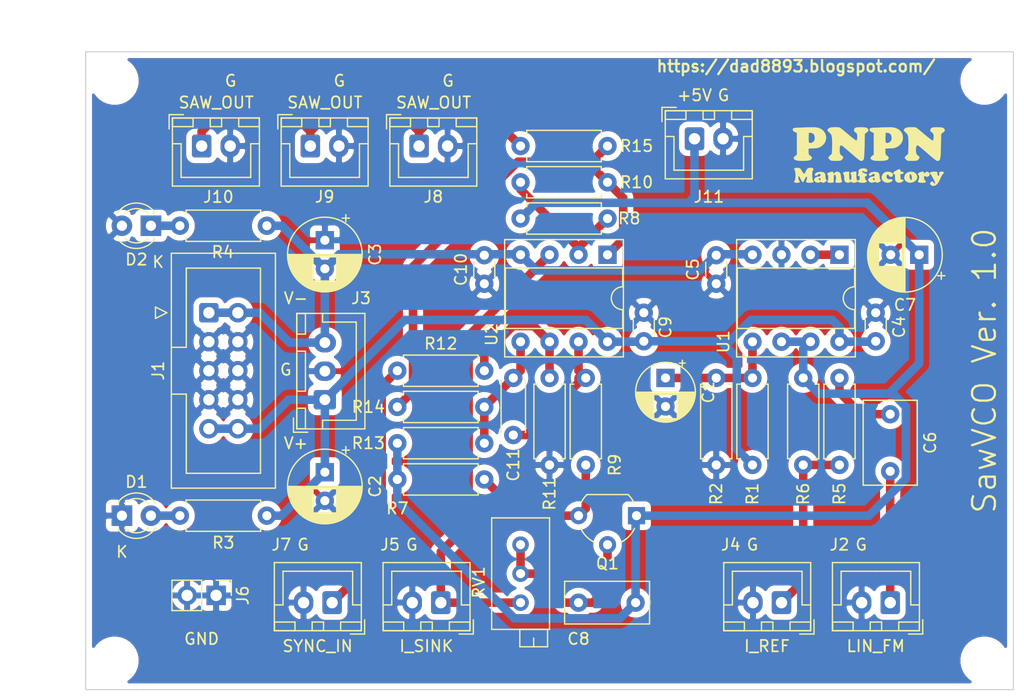
<source format=kicad_pcb>
(kicad_pcb (version 20171130) (host pcbnew "(5.1.6)-1")
  (title_block (title SawVCO) (date 2020-10-18) (rev "Ver. 1.0") (company "PNPN Manufactory"))
  (layers (0 F.Cu signal) (31 B.Cu signal) (34 B.Paste user) (35 F.Paste user) (36 B.SilkS user) (37 F.SilkS user) (38 B.Mask user) (39 F.Mask user) (44 Edge.Cuts user))
  (net 0 "")
  (net 1 GND)
  (net 2 "Net-(C1-Pad1)")
  (net 3 +12V)
  (net 4 -12V)
  (net 5 "Net-(C6-Pad2)")
  (net 6 "Net-(C6-Pad1)")
  (net 7 /+5V)
  (net 8 "Net-(C8-Pad1)")
  (net 9 "Net-(C11-Pad2)")
  (net 10 "Net-(C11-Pad1)")
  (net 11 "Net-(D1-Pad2)")
  (net 12 "Net-(D2-Pad1)")
  (net 13 "Net-(J4-Pad1)")
  (net 14 "Net-(J5-Pad1)")
  (net 15 "Net-(J7-Pad1)")
  (net 16 "Net-(J10-Pad1)")
  (net 17 "Net-(Q1-Pad3)")
  (net 18 "Net-(R10-Pad1)")
  (net 19 "Net-(R10-Pad2)")
  (net 20 "Net-(R11-Pad1)")
  (net 21 "Net-(U1-Pad1)")
  (module Potentiometer_THT:Potentiometer_Bourns_3296X_Horizontal (layer F.Cu) (at 149.86 114.3 90)
    (fp_text reference RV1 (at -3.3 -3.66 90) (layer F.SilkS))
    (fp_text value 5k)
    (pad 3 thru_hole circle (at -5.08 0 90) (size 1.44 1.44) (drill 0.8) (layers *.Cu *.Mask) (net 14 "Net-(J5-Pad1)"))
    (pad 2 thru_hole circle (at -2.54 0 90) (size 1.44 1.44) (drill 0.8) (layers *.Cu *.Mask) (net 8 "Net-(C8-Pad1)"))
    (pad 1 thru_hole circle (at 0 0 90) (size 1.44 1.44) (drill 0.8) (layers *.Cu *.Mask) (net 8 "Net-(C8-Pad1)"))
  )
  (module Connector_JST:JST_XH_B2B-XH-A_1x02_P2.50mm_Vertical (layer F.Cu) (at 165.1 78.74)
    (fp_text reference J11 (at 1.27 5.08) (layer F.SilkS))
    (fp_text value +5V)
    (pad 2 thru_hole oval (at 2.5 0) (size 1.7 2) (drill 1) (layers *.Cu *.Mask) (net 1 GND))
    (pad 1 thru_hole roundrect (at 0 0) (size 1.7 2) (drill 1) (layers *.Cu *.Mask) (roundrect_rratio 0.147059) (net 7 /+5V))
  )
  (module MountingHole:MountingHole_3.2mm_M3 (layer F.Cu) (at 190.5 124.46)
    (fp_text reference H4)
    (fp_text value MountingHole)
    (pad 1 np_thru_hole circle (at 0 0) (size 3.2 3.2) (drill 3.2) (layers *.Cu *.Mask))
  )
  (module MountingHole:MountingHole_3.2mm_M3 (layer F.Cu) (at 114.3 124.46)
    (fp_text reference H3)
    (fp_text value MountingHole)
    (pad 1 np_thru_hole circle (at 0 0) (size 3.2 3.2) (drill 3.2) (layers *.Cu *.Mask))
  )
  (module MountingHole:MountingHole_3.2mm_M3 (layer F.Cu) (at 190.5 73.66)
    (fp_text reference H2)
    (fp_text value MountingHole)
    (pad 1 np_thru_hole circle (at 0 0) (size 3.2 3.2) (drill 3.2) (layers *.Cu *.Mask))
  )
  (module MountingHole:MountingHole_3.2mm_M3 (layer F.Cu) (at 114.3 73.66)
    (fp_text reference H1)
    (fp_text value MountingHole)
    (pad 1 np_thru_hole circle (at 0 0) (size 3.2 3.2) (drill 3.2) (layers *.Cu *.Mask))
  )
  (module myfootprint:Silk_PNPN_Manufactory_600dpi (layer F.Cu) (at 180.34 80.01)
    (fp_text reference G*** hide)
    (fp_text value LOGO hide)
  )
  (module Capacitor_THT:CP_Radial_D5.0mm_P2.50mm (layer F.Cu) (at 162.56 99.695 270)
    (fp_text reference C1 (at 1.25 -3.75 90) (layer F.SilkS))
    (fp_text value 10u)
    (pad 2 thru_hole circle (at 2.5 0 270) (size 1.6 1.6) (drill 0.8) (layers *.Cu *.Mask) (net 1 GND))
    (pad 1 thru_hole rect (at 0 0 270) (size 1.6 1.6) (drill 0.8) (layers *.Cu *.Mask) (net 2 "Net-(C1-Pad1)"))
  )
  (module Resistor_THT:R_Axial_DIN0207_L6.3mm_D2.5mm_P7.62mm_Horizontal (layer F.Cu) (at 152.4 99.695 270)
    (fp_text reference R11 (at 10.16 0 90) (layer F.SilkS))
    (fp_text value 10k)
    (pad 2 thru_hole oval (at 7.62 0 270) (size 1.6 1.6) (drill 0.8) (layers *.Cu *.Mask) (net 1 GND))
    (pad 1 thru_hole circle (at 0 0 270) (size 1.6 1.6) (drill 0.8) (layers *.Cu *.Mask) (net 20 "Net-(R11-Pad1)"))
  )
  (module Resistor_THT:R_Axial_DIN0207_L6.3mm_D2.5mm_P7.62mm_Horizontal (layer F.Cu) (at 167.005 99.695 270)
    (fp_text reference R2 (at 10.16 0 90) (layer F.SilkS))
    (fp_text value 33k)
    (pad 2 thru_hole oval (at 7.62 0 270) (size 1.6 1.6) (drill 0.8) (layers *.Cu *.Mask) (net 1 GND))
    (pad 1 thru_hole circle (at 0 0 270) (size 1.6 1.6) (drill 0.8) (layers *.Cu *.Mask) (net 2 "Net-(C1-Pad1)"))
  )
  (module Resistor_THT:R_Axial_DIN0207_L6.3mm_D2.5mm_P7.62mm_Horizontal (layer F.Cu) (at 170.18 107.315 90)
    (fp_text reference R1 (at -2.54 0 90) (layer F.SilkS))
    (fp_text value 47k)
    (pad 2 thru_hole oval (at 7.62 0 90) (size 1.6 1.6) (drill 0.8) (layers *.Cu *.Mask) (net 2 "Net-(C1-Pad1)"))
    (pad 1 thru_hole circle (at 0 0 90) (size 1.6 1.6) (drill 0.8) (layers *.Cu *.Mask) (net 3 +12V))
  )
  (module Package_DIP:DIP-8_W7.62mm_Socket (layer F.Cu) (at 177.8 88.9 270)
    (fp_text reference U1 (at 7.62 10.16 90) (layer F.SilkS))
    (fp_text value TL072)
    (pad 8 thru_hole oval (at 7.62 0 270) (size 1.6 1.6) (drill 0.8) (layers *.Cu *.Mask) (net 3 +12V))
    (pad 4 thru_hole oval (at 0 7.62 270) (size 1.6 1.6) (drill 0.8) (layers *.Cu *.Mask) (net 4 -12V))
    (pad 7 thru_hole oval (at 7.62 2.54 270) (size 1.6 1.6) (drill 0.8) (layers *.Cu *.Mask) (net 7 /+5V))
    (pad 3 thru_hole oval (at 0 5.08 270) (size 1.6 1.6) (drill 0.8) (layers *.Cu *.Mask) (net 1 GND))
    (pad 6 thru_hole oval (at 7.62 5.08 270) (size 1.6 1.6) (drill 0.8) (layers *.Cu *.Mask) (net 7 /+5V))
    (pad 2 thru_hole oval (at 0 2.54 270) (size 1.6 1.6) (drill 0.8) (layers *.Cu *.Mask) (net 21 "Net-(U1-Pad1)"))
    (pad 5 thru_hole oval (at 7.62 7.62 270) (size 1.6 1.6) (drill 0.8) (layers *.Cu *.Mask) (net 2 "Net-(C1-Pad1)"))
    (pad 1 thru_hole rect (at 0 0 270) (size 1.6 1.6) (drill 0.8) (layers *.Cu *.Mask) (net 21 "Net-(U1-Pad1)"))
  )
  (module Capacitor_THT:C_Disc_D4.3mm_W1.9mm_P5.00mm (layer F.Cu) (at 149.225 99.695 270)
    (fp_text reference C11 (at 7.62 0 90) (layer F.SilkS))
    (fp_text value 100p)
    (pad 2 thru_hole circle (at 5 0 270) (size 1.6 1.6) (drill 0.8) (layers *.Cu *.Mask) (net 9 "Net-(C11-Pad2)"))
    (pad 1 thru_hole circle (at 0 0 270) (size 1.6 1.6) (drill 0.8) (layers *.Cu *.Mask) (net 10 "Net-(C11-Pad1)"))
  )
  (module Capacitor_THT:C_Disc_D3.0mm_W1.6mm_P2.50mm (layer F.Cu) (at 146.685 91.44 90)
    (fp_text reference C10 (at 1.25 -2.05 90) (layer F.SilkS))
    (fp_text value 0.1u)
    (pad 2 thru_hole circle (at 2.5 0 90) (size 1.6 1.6) (drill 0.8) (layers *.Cu *.Mask) (net 4 -12V))
    (pad 1 thru_hole circle (at 0 0 90) (size 1.6 1.6) (drill 0.8) (layers *.Cu *.Mask) (net 1 GND))
  )
  (module Resistor_THT:R_Axial_DIN0207_L6.3mm_D2.5mm_P7.62mm_Horizontal (layer F.Cu) (at 174.625 99.695 270)
    (fp_text reference R6 (at 10.16 0 90) (layer F.SilkS))
    (fp_text value 100k)
    (pad 2 thru_hole oval (at 7.62 0 270) (size 1.6 1.6) (drill 0.8) (layers *.Cu *.Mask) (net 13 "Net-(J4-Pad1)"))
    (pad 1 thru_hole circle (at 0 0 270) (size 1.6 1.6) (drill 0.8) (layers *.Cu *.Mask) (net 7 /+5V))
  )
  (module Package_DIP:DIP-8_W7.62mm_Socket (layer F.Cu) (at 157.48 88.9 270)
    (fp_text reference U2 (at 6.985 10.16 90) (layer F.SilkS))
    (fp_text value TL072)
    (pad 8 thru_hole oval (at 7.62 0 270) (size 1.6 1.6) (drill 0.8) (layers *.Cu *.Mask) (net 3 +12V))
    (pad 4 thru_hole oval (at 0 7.62 270) (size 1.6 1.6) (drill 0.8) (layers *.Cu *.Mask) (net 4 -12V))
    (pad 7 thru_hole oval (at 7.62 2.54 270) (size 1.6 1.6) (drill 0.8) (layers *.Cu *.Mask) (net 9 "Net-(C11-Pad2)"))
    (pad 3 thru_hole oval (at 0 5.08 270) (size 1.6 1.6) (drill 0.8) (layers *.Cu *.Mask) (net 14 "Net-(J5-Pad1)"))
    (pad 6 thru_hole oval (at 7.62 5.08 270) (size 1.6 1.6) (drill 0.8) (layers *.Cu *.Mask) (net 20 "Net-(R11-Pad1)"))
    (pad 2 thru_hole oval (at 0 2.54 270) (size 1.6 1.6) (drill 0.8) (layers *.Cu *.Mask) (net 18 "Net-(R10-Pad1)"))
    (pad 5 thru_hole oval (at 7.62 7.62 270) (size 1.6 1.6) (drill 0.8) (layers *.Cu *.Mask) (net 10 "Net-(C11-Pad1)"))
    (pad 1 thru_hole rect (at 0 0 270) (size 1.6 1.6) (drill 0.8) (layers *.Cu *.Mask) (net 19 "Net-(R10-Pad2)"))
  )
  (module Resistor_THT:R_Axial_DIN0207_L6.3mm_D2.5mm_P7.62mm_Horizontal (layer F.Cu) (at 157.48 79.375 180)
    (fp_text reference R15 (at -2.54 0) (layer F.SilkS))
    (fp_text value 2.2k)
    (pad 2 thru_hole oval (at 7.62 0 180) (size 1.6 1.6) (drill 0.8) (layers *.Cu *.Mask) (net 16 "Net-(J10-Pad1)"))
    (pad 1 thru_hole circle (at 0 0 180) (size 1.6 1.6) (drill 0.8) (layers *.Cu *.Mask) (net 19 "Net-(R10-Pad2)"))
  )
  (module Resistor_THT:R_Axial_DIN0207_L6.3mm_D2.5mm_P7.62mm_Horizontal (layer F.Cu) (at 146.685 102.235 180)
    (fp_text reference R14 (at 10.16 0) (layer F.SilkS))
    (fp_text value 100k)
    (pad 2 thru_hole oval (at 7.62 0 180) (size 1.6 1.6) (drill 0.8) (layers *.Cu *.Mask) (net 19 "Net-(R10-Pad2)"))
    (pad 1 thru_hole circle (at 0 0 180) (size 1.6 1.6) (drill 0.8) (layers *.Cu *.Mask) (net 10 "Net-(C11-Pad1)"))
  )
  (module Resistor_THT:R_Axial_DIN0207_L6.3mm_D2.5mm_P7.62mm_Horizontal (layer F.Cu) (at 139.065 105.41)
    (fp_text reference R13 (at -2.54 0) (layer F.SilkS))
    (fp_text value 100k)
    (pad 2 thru_hole oval (at 7.62 0) (size 1.6 1.6) (drill 0.8) (layers *.Cu *.Mask) (net 10 "Net-(C11-Pad1)"))
    (pad 1 thru_hole circle (at 0 0) (size 1.6 1.6) (drill 0.8) (layers *.Cu *.Mask) (net 7 /+5V))
  )
  (module Resistor_THT:R_Axial_DIN0207_L6.3mm_D2.5mm_P7.62mm_Horizontal (layer F.Cu) (at 139.065 99.06)
    (fp_text reference R12 (at 3.81 -2.37) (layer F.SilkS))
    (fp_text value C&T)
    (pad 2 thru_hole oval (at 7.62 0) (size 1.6 1.6) (drill 0.8) (layers *.Cu *.Mask) (net 20 "Net-(R11-Pad1)"))
    (pad 1 thru_hole circle (at 0 0) (size 1.6 1.6) (drill 0.8) (layers *.Cu *.Mask) (net 15 "Net-(J7-Pad1)"))
  )
  (module Resistor_THT:R_Axial_DIN0207_L6.3mm_D2.5mm_P7.62mm_Horizontal (layer F.Cu) (at 149.86 82.55)
    (fp_text reference R10 (at 10.16 0) (layer F.SilkS))
    (fp_text value 120k)
    (pad 2 thru_hole oval (at 7.62 0) (size 1.6 1.6) (drill 0.8) (layers *.Cu *.Mask) (net 19 "Net-(R10-Pad2)"))
    (pad 1 thru_hole circle (at 0 0) (size 1.6 1.6) (drill 0.8) (layers *.Cu *.Mask) (net 18 "Net-(R10-Pad1)"))
  )
  (module Resistor_THT:R_Axial_DIN0207_L6.3mm_D2.5mm_P7.62mm_Horizontal (layer F.Cu) (at 155.575 99.695 270)
    (fp_text reference R9 (at 7.62 -2.54 90) (layer F.SilkS))
    (fp_text value 680)
    (pad 2 thru_hole oval (at 7.62 0 270) (size 1.6 1.6) (drill 0.8) (layers *.Cu *.Mask) (net 17 "Net-(Q1-Pad3)"))
    (pad 1 thru_hole circle (at 0 0 270) (size 1.6 1.6) (drill 0.8) (layers *.Cu *.Mask) (net 9 "Net-(C11-Pad2)"))
  )
  (module Resistor_THT:R_Axial_DIN0207_L6.3mm_D2.5mm_P7.62mm_Horizontal (layer F.Cu) (at 157.48 85.725 180)
    (fp_text reference R8 (at -1.905 0) (layer F.SilkS))
    (fp_text value 100k)
    (pad 2 thru_hole oval (at 7.62 0 180) (size 1.6 1.6) (drill 0.8) (layers *.Cu *.Mask) (net 7 /+5V))
    (pad 1 thru_hole circle (at 0 0 180) (size 1.6 1.6) (drill 0.8) (layers *.Cu *.Mask) (net 18 "Net-(R10-Pad1)"))
  )
  (module Resistor_THT:R_Axial_DIN0207_L6.3mm_D2.5mm_P7.62mm_Horizontal (layer F.Cu) (at 139.065 108.585)
    (fp_text reference R7 (at 0 2.54) (layer F.SilkS))
    (fp_text value 150)
    (pad 2 thru_hole oval (at 7.62 0) (size 1.6 1.6) (drill 0.8) (layers *.Cu *.Mask) (net 17 "Net-(Q1-Pad3)"))
    (pad 1 thru_hole circle (at 0 0) (size 1.6 1.6) (drill 0.8) (layers *.Cu *.Mask) (net 7 /+5V))
  )
  (module Resistor_THT:R_Axial_DIN0207_L6.3mm_D2.5mm_P7.62mm_Horizontal (layer F.Cu) (at 177.8 107.315 90)
    (fp_text reference R5 (at -2.54 0 90) (layer F.SilkS))
    (fp_text value C&T)
    (pad 2 thru_hole oval (at 7.62 0 90) (size 1.6 1.6) (drill 0.8) (layers *.Cu *.Mask) (net 6 "Net-(C6-Pad1)"))
    (pad 1 thru_hole circle (at 0 0 90) (size 1.6 1.6) (drill 0.8) (layers *.Cu *.Mask) (net 13 "Net-(J4-Pad1)"))
  )
  (module Resistor_THT:R_Axial_DIN0207_L6.3mm_D2.5mm_P7.62mm_Horizontal (layer F.Cu) (at 120.015 86.36)
    (fp_text reference R4 (at 3.755 2.31) (layer F.SilkS))
    (fp_text value 1k)
    (pad 2 thru_hole oval (at 7.62 0) (size 1.6 1.6) (drill 0.8) (layers *.Cu *.Mask) (net 4 -12V))
    (pad 1 thru_hole circle (at 0 0) (size 1.6 1.6) (drill 0.8) (layers *.Cu *.Mask) (net 12 "Net-(D2-Pad1)"))
  )
  (module Resistor_THT:R_Axial_DIN0207_L6.3mm_D2.5mm_P7.62mm_Horizontal (layer F.Cu) (at 127.635 111.76 180)
    (fp_text reference R3 (at 3.81 -2.37) (layer F.SilkS))
    (fp_text value 1k)
    (pad 2 thru_hole oval (at 7.62 0 180) (size 1.6 1.6) (drill 0.8) (layers *.Cu *.Mask) (net 11 "Net-(D1-Pad2)"))
    (pad 1 thru_hole circle (at 0 0 180) (size 1.6 1.6) (drill 0.8) (layers *.Cu *.Mask) (net 3 +12V))
  )
  (module Package_TO_SOT_THT:TO-92_Wide (layer F.Cu) (at 160.02 111.76 180)
    (fp_text reference Q1 (at 2.55 -4.19) (layer F.SilkS))
    (fp_text value 2SA1015)
    (pad 1 thru_hole rect (at 0 0 270) (size 1.5 1.5) (drill 0.8) (layers *.Cu *.Mask) (net 7 /+5V))
    (pad 3 thru_hole circle (at 5.08 0 270) (size 1.5 1.5) (drill 0.8) (layers *.Cu *.Mask) (net 17 "Net-(Q1-Pad3)"))
    (pad 2 thru_hole circle (at 2.54 -2.54 270) (size 1.5 1.5) (drill 0.8) (layers *.Cu *.Mask) (net 8 "Net-(C8-Pad1)"))
  )
  (module Connector_JST:JST_XH_B2B-XH-A_1x02_P2.50mm_Vertical (layer F.Cu) (at 121.92 79.375)
    (fp_text reference J10 (at 1.47 4.455) (layer F.SilkS))
    (fp_text value Saw_Out)
    (pad 2 thru_hole oval (at 2.5 0) (size 1.7 2) (drill 1) (layers *.Cu *.Mask) (net 1 GND))
    (pad 1 thru_hole roundrect (at 0 0) (size 1.7 2) (drill 1) (layers *.Cu *.Mask) (roundrect_rratio 0.147059) (net 16 "Net-(J10-Pad1)"))
  )
  (module Connector_JST:JST_XH_B2B-XH-A_1x02_P2.50mm_Vertical (layer F.Cu) (at 131.445 79.375)
    (fp_text reference J9 (at 1.25 4.445) (layer F.SilkS))
    (fp_text value Saw_Out)
    (pad 2 thru_hole oval (at 2.5 0) (size 1.7 2) (drill 1) (layers *.Cu *.Mask) (net 1 GND))
    (pad 1 thru_hole roundrect (at 0 0) (size 1.7 2) (drill 1) (layers *.Cu *.Mask) (roundrect_rratio 0.147059) (net 16 "Net-(J10-Pad1)"))
  )
  (module Connector_JST:JST_XH_B2B-XH-A_1x02_P2.50mm_Vertical (layer F.Cu) (at 140.97 79.375)
    (fp_text reference J8 (at 1.25 4.445) (layer F.SilkS))
    (fp_text value Saw_Out)
    (pad 2 thru_hole oval (at 2.5 0) (size 1.7 2) (drill 1) (layers *.Cu *.Mask) (net 1 GND))
    (pad 1 thru_hole roundrect (at 0 0) (size 1.7 2) (drill 1) (layers *.Cu *.Mask) (roundrect_rratio 0.147059) (net 16 "Net-(J10-Pad1)"))
  )
  (module Connector_JST:JST_XH_B2B-XH-A_1x02_P2.50mm_Vertical (layer F.Cu) (at 133.35 119.38 180)
    (fp_text reference J7 (at 4.445 5.08) (layer F.SilkS))
    (fp_text value Sync_In)
    (pad 2 thru_hole oval (at 2.5 0 180) (size 1.7 2) (drill 1) (layers *.Cu *.Mask) (net 1 GND))
    (pad 1 thru_hole roundrect (at 0 0 180) (size 1.7 2) (drill 1) (layers *.Cu *.Mask) (roundrect_rratio 0.147059) (net 15 "Net-(J7-Pad1)"))
  )
  (module Connector_PinHeader_2.54mm:PinHeader_1x02_P2.54mm_Vertical (layer F.Cu) (at 123.19 118.745 270)
    (fp_text reference J6 (at 0 -2.33 90) (layer F.SilkS))
    (fp_text value TP_GND)
    (pad 2 thru_hole oval (at 0 2.54 270) (size 1.7 1.7) (drill 1) (layers *.Cu *.Mask) (net 1 GND))
    (pad 1 thru_hole rect (at 0 0 270) (size 1.7 1.7) (drill 1) (layers *.Cu *.Mask) (net 1 GND))
  )
  (module Connector_JST:JST_XH_B2B-XH-A_1x02_P2.50mm_Vertical (layer F.Cu) (at 142.875 119.38 180)
    (fp_text reference J5 (at 4.445 5.08) (layer F.SilkS))
    (fp_text value I_Sink)
    (pad 2 thru_hole oval (at 2.5 0 180) (size 1.7 2) (drill 1) (layers *.Cu *.Mask) (net 1 GND))
    (pad 1 thru_hole roundrect (at 0 0 180) (size 1.7 2) (drill 1) (layers *.Cu *.Mask) (roundrect_rratio 0.147059) (net 14 "Net-(J5-Pad1)"))
  )
  (module Connector_JST:JST_XH_B2B-XH-A_1x02_P2.50mm_Vertical (layer F.Cu) (at 172.72 119.38 180)
    (fp_text reference J4 (at 4.445 5.08) (layer F.SilkS))
    (fp_text value I_Ref)
    (pad 2 thru_hole oval (at 2.5 0 180) (size 1.7 2) (drill 1) (layers *.Cu *.Mask) (net 1 GND))
    (pad 1 thru_hole roundrect (at 0 0 180) (size 1.7 2) (drill 1) (layers *.Cu *.Mask) (roundrect_rratio 0.147059) (net 13 "Net-(J4-Pad1)"))
  )
  (module Connector_JST:JST_XH_B3B-XH-A_1x03_P2.50mm_Vertical (layer F.Cu) (at 132.715 101.6 90)
    (fp_text reference J3 (at 8.89 3.175 180) (layer F.SilkS))
    (fp_text value PWR_OUT)
    (pad 3 thru_hole oval (at 5 0 90) (size 1.7 1.95) (drill 0.95) (layers *.Cu *.Mask) (net 4 -12V))
    (pad 2 thru_hole oval (at 2.5 0 90) (size 1.7 1.95) (drill 0.95) (layers *.Cu *.Mask) (net 1 GND))
    (pad 1 thru_hole roundrect (at 0 0 90) (size 1.7 1.95) (drill 0.95) (layers *.Cu *.Mask) (roundrect_rratio 0.147059) (net 3 +12V))
  )
  (module Connector_JST:JST_XH_B2B-XH-A_1x02_P2.50mm_Vertical (layer F.Cu) (at 182.245 119.38 180)
    (fp_text reference J2 (at 4.445 5.08) (layer F.SilkS))
    (fp_text value Liner_FM)
    (pad 2 thru_hole oval (at 2.5 0 180) (size 1.7 2) (drill 1) (layers *.Cu *.Mask) (net 1 GND))
    (pad 1 thru_hole roundrect (at 0 0 180) (size 1.7 2) (drill 1) (layers *.Cu *.Mask) (roundrect_rratio 0.147059) (net 5 "Net-(C6-Pad2)"))
  )
  (module Connector_IDC:IDC-Header_2x05_P2.54mm_Vertical (layer F.Cu) (at 122.555 93.98)
    (fp_text reference J1 (at -4.445 5.08 90) (layer F.SilkS))
    (fp_text value PWR_IN)
    (pad 10 thru_hole circle (at 2.54 10.16) (size 1.7 1.7) (drill 1) (layers *.Cu *.Mask) (net 3 +12V))
    (pad 8 thru_hole circle (at 2.54 7.62) (size 1.7 1.7) (drill 1) (layers *.Cu *.Mask) (net 1 GND))
    (pad 6 thru_hole circle (at 2.54 5.08) (size 1.7 1.7) (drill 1) (layers *.Cu *.Mask) (net 1 GND))
    (pad 4 thru_hole circle (at 2.54 2.54) (size 1.7 1.7) (drill 1) (layers *.Cu *.Mask) (net 1 GND))
    (pad 2 thru_hole circle (at 2.54 0) (size 1.7 1.7) (drill 1) (layers *.Cu *.Mask) (net 4 -12V))
    (pad 9 thru_hole circle (at 0 10.16) (size 1.7 1.7) (drill 1) (layers *.Cu *.Mask) (net 3 +12V))
    (pad 7 thru_hole circle (at 0 7.62) (size 1.7 1.7) (drill 1) (layers *.Cu *.Mask) (net 1 GND))
    (pad 5 thru_hole circle (at 0 5.08) (size 1.7 1.7) (drill 1) (layers *.Cu *.Mask) (net 1 GND))
    (pad 3 thru_hole circle (at 0 2.54) (size 1.7 1.7) (drill 1) (layers *.Cu *.Mask) (net 1 GND))
    (pad 1 thru_hole roundrect (at 0 0) (size 1.7 1.7) (drill 1) (layers *.Cu *.Mask) (roundrect_rratio 0.147059) (net 4 -12V))
  )
  (module LED_THT:LED_D3.0mm (layer F.Cu) (at 117.475 86.36 180)
    (fp_text reference D2 (at 1.27 -2.96) (layer F.SilkS))
    (fp_text value Blue)
    (pad 2 thru_hole circle (at 2.54 0 180) (size 1.8 1.8) (drill 0.9) (layers *.Cu *.Mask) (net 1 GND))
    (pad 1 thru_hole rect (at 0 0 180) (size 1.8 1.8) (drill 0.9) (layers *.Cu *.Mask) (net 12 "Net-(D2-Pad1)"))
  )
  (module LED_THT:LED_D3.0mm (layer F.Cu) (at 114.935 111.76)
    (fp_text reference D1 (at 1.27 -2.96) (layer F.SilkS))
    (fp_text value Red)
    (pad 2 thru_hole circle (at 2.54 0) (size 1.8 1.8) (drill 0.9) (layers *.Cu *.Mask) (net 11 "Net-(D1-Pad2)"))
    (pad 1 thru_hole rect (at 0 0) (size 1.8 1.8) (drill 0.9) (layers *.Cu *.Mask) (net 1 GND))
  )
  (module Capacitor_THT:C_Disc_D3.0mm_W1.6mm_P2.50mm (layer F.Cu) (at 160.655 93.98 270)
    (fp_text reference C9 (at 1.27 -1.905 90) (layer F.SilkS))
    (fp_text value 0.1u)
    (pad 2 thru_hole circle (at 2.5 0 270) (size 1.6 1.6) (drill 0.8) (layers *.Cu *.Mask) (net 3 +12V))
    (pad 1 thru_hole circle (at 0 0 270) (size 1.6 1.6) (drill 0.8) (layers *.Cu *.Mask) (net 1 GND))
  )
  (module Capacitor_THT:C_Rect_L7.2mm_W3.5mm_P5.00mm_FKS2_FKP2_MKS2_MKP2 (layer F.Cu) (at 154.94 119.38)
    (fp_text reference C8 (at 0 3.175) (layer F.SilkS))
    (fp_text value C&T)
    (pad 2 thru_hole circle (at 5 0) (size 1.6 1.6) (drill 0.8) (layers *.Cu *.Mask) (net 7 /+5V))
    (pad 1 thru_hole circle (at 0 0) (size 1.6 1.6) (drill 0.8) (layers *.Cu *.Mask) (net 8 "Net-(C8-Pad1)"))
  )
  (module Capacitor_THT:CP_Radial_D6.3mm_P2.50mm (layer F.Cu) (at 184.785 88.9 180)
    (fp_text reference C7 (at 1.25 -4.4) (layer F.SilkS))
    (fp_text value 100u)
    (pad 2 thru_hole circle (at 2.5 0 180) (size 1.6 1.6) (drill 0.8) (layers *.Cu *.Mask) (net 1 GND))
    (pad 1 thru_hole rect (at 0 0 180) (size 1.6 1.6) (drill 0.8) (layers *.Cu *.Mask) (net 7 /+5V))
  )
  (module Capacitor_THT:C_Rect_L7.2mm_W4.5mm_P5.00mm_FKS2_FKP2_MKS2_MKP2 (layer F.Cu) (at 182.245 102.87 270)
    (fp_text reference C6 (at 2.5 -3.5 90) (layer F.SilkS))
    (fp_text value 1u)
    (pad 2 thru_hole circle (at 5 0 270) (size 1.6 1.6) (drill 0.8) (layers *.Cu *.Mask) (net 5 "Net-(C6-Pad2)"))
    (pad 1 thru_hole circle (at 0 0 270) (size 1.6 1.6) (drill 0.8) (layers *.Cu *.Mask) (net 6 "Net-(C6-Pad1)"))
  )
  (module Capacitor_THT:C_Disc_D3.0mm_W1.6mm_P2.50mm (layer F.Cu) (at 167.005 91.44 90)
    (fp_text reference C5 (at 1.25 -2.05 90) (layer F.SilkS))
    (fp_text value 0.1u)
    (pad 2 thru_hole circle (at 2.5 0 90) (size 1.6 1.6) (drill 0.8) (layers *.Cu *.Mask) (net 4 -12V))
    (pad 1 thru_hole circle (at 0 0 90) (size 1.6 1.6) (drill 0.8) (layers *.Cu *.Mask) (net 1 GND))
  )
  (module Capacitor_THT:C_Disc_D3.0mm_W1.6mm_P2.50mm (layer F.Cu) (at 180.975 93.98 270)
    (fp_text reference C4 (at 1.25 -2.05 90) (layer F.SilkS))
    (fp_text value 0.1u)
    (pad 2 thru_hole circle (at 2.5 0 270) (size 1.6 1.6) (drill 0.8) (layers *.Cu *.Mask) (net 3 +12V))
    (pad 1 thru_hole circle (at 0 0 270) (size 1.6 1.6) (drill 0.8) (layers *.Cu *.Mask) (net 1 GND))
  )
  (module Capacitor_THT:CP_Radial_D6.3mm_P2.50mm (layer F.Cu) (at 132.715 87.63 270)
    (fp_text reference C3 (at 1.25 -4.4 90) (layer F.SilkS))
    (fp_text value 100u)
    (pad 2 thru_hole circle (at 2.5 0 270) (size 1.6 1.6) (drill 0.8) (layers *.Cu *.Mask) (net 4 -12V))
    (pad 1 thru_hole rect (at 0 0 270) (size 1.6 1.6) (drill 0.8) (layers *.Cu *.Mask) (net 1 GND))
  )
  (module Capacitor_THT:CP_Radial_D6.3mm_P2.50mm (layer F.Cu) (at 132.715 107.95 270)
    (fp_text reference C2 (at 1.25 -4.4 90) (layer F.SilkS))
    (fp_text value 100u)
    (pad 2 thru_hole circle (at 2.5 0 270) (size 1.6 1.6) (drill 0.8) (layers *.Cu *.Mask) (net 1 GND))
    (pad 1 thru_hole rect (at 0 0 270) (size 1.6 1.6) (drill 0.8) (layers *.Cu *.Mask) (net 3 +12V))
  )
  (gr_text +5V (at 165.1 74.93) (layer F.SilkS) (effects (font (size 1 1))))
  (gr_text G (at 167.64 74.93) (layer F.SilkS) (effects (font (size 1 1))))
  (gr_text K (at 114.935 114.935) (layer F.SilkS) (effects (font (size 1 1))))
  (gr_text K (at 118.11 89.535) (layer F.SilkS) (effects (font (size 1 1))))
  (gr_text G (at 179.705 114.3) (layer F.SilkS) (effects (font (size 1 1))))
  (gr_text G (at 170.18 114.3) (layer F.SilkS) (effects (font (size 1 1))))
  (gr_text G (at 140.335 114.3) (layer F.SilkS) (effects (font (size 1 1))))
  (gr_text G (at 130.81 114.3) (layer F.SilkS) (effects (font (size 1 1))))
  (gr_text G (at 143.51 73.66) (layer F.SilkS) (effects (font (size 1 1))))
  (gr_text G (at 133.985 73.66) (layer F.SilkS) (effects (font (size 1 1))))
  (gr_text G (at 124.46 73.66) (layer F.SilkS) (effects (font (size 1 1))))
  (gr_text LIN_FM (at 180.975 123.19) (layer F.SilkS) (effects (font (size 1 1))))
  (gr_text I_REF (at 171.45 123.19) (layer F.SilkS) (effects (font (size 1 1))))
  (gr_text I_SINK (at 141.605 123.19) (layer F.SilkS) (effects (font (size 1 1))))
  (gr_text SYNC_IN (at 132.08 123.19) (layer F.SilkS) (effects (font (size 1 1))))
  (gr_text GND (at 121.92 122.555) (layer F.SilkS) (effects (font (size 1 1))))
  (gr_text "SAW_OUT\n" (at 142.24 75.565) (layer F.SilkS) (effects (font (size 1 1))))
  (gr_text SAW_OUT (at 123.19 75.565) (layer F.SilkS) (effects (font (size 1 1))))
  (gr_text SAW_OUT (at 132.715 75.565) (layer F.SilkS) (effects (font (size 1 1))))
  (gr_text G (at 129.29 98.97) (layer F.SilkS) (effects (font (size 1 1))))
  (gr_text V- (at 130.175 92.71) (layer F.SilkS) (effects (font (size 1 1))))
  (gr_text V+ (at 130.175 105.41) (layer F.SilkS) (effects (font (size 1 1))))
  (gr_line (start 111.76 127) (end 111.76 71.12) (layer Edge.Cuts) (width 0.1))
  (gr_line (start 193.04 127) (end 111.76 127) (layer Edge.Cuts) (width 0.1))
  (gr_line (start 193.04 71.12) (end 193.04 127) (layer Edge.Cuts) (width 0.1))
  (gr_line (start 111.76 71.12) (end 193.04 71.12) (layer Edge.Cuts) (width 0.1))
  (gr_text "SawVCO Ver. 1.0" (at 190.5 99.06 90) (layer F.SilkS) (effects (font (size 2 2) (thickness 0.2))))
  (gr_text https://dad8893.blogspot.com/ (at 173.99 72.39) (layer F.SilkS) (effects (font (size 1 1) (thickness 0.2))))
  (segment (start 170.18 96.52) (end 170.18 99.695) (width 0.75) (layer F.Cu) (net 2))
  (segment (start 170.18 99.695) (end 167.005 99.695) (width 0.75) (layer F.Cu) (net 2))
  (segment (start 162.56 99.695) (end 167.005 99.695) (width 0.75) (layer F.Cu) (net 2))
  (segment (start 122.555 104.14) (end 125.095 104.14) (width 0.75) (layer B.Cu) (net 3))
  (segment (start 132.715 101.6) (end 132.715 107.95) (width 0.75) (layer B.Cu) (net 3))
  (segment (start 132.715 101.6) (end 139.7 94.615) (width 0.75) (layer B.Cu) (net 3))
  (segment (start 155.575 94.615) (end 157.48 96.52) (width 0.75) (layer B.Cu) (net 3))
  (segment (start 139.7 94.615) (end 155.575 94.615) (width 0.75) (layer B.Cu) (net 3))
  (segment (start 160.615 96.52) (end 160.655 96.56) (width 0.75) (layer B.Cu) (net 3))
  (segment (start 157.48 96.52) (end 160.615 96.52) (width 0.75) (layer B.Cu) (net 3))
  (segment (start 177.8 96.52) (end 177.8 95.25) (width 0.75) (layer B.Cu) (net 3))
  (segment (start 177.8 95.25) (end 177.165 94.615) (width 0.75) (layer B.Cu) (net 3))
  (segment (start 177.84 96.56) (end 177.8 96.52) (width 0.75) (layer B.Cu) (net 3))
  (segment (start 128.905 111.76) (end 132.715 107.95) (width 0.75) (layer B.Cu) (net 3))
  (segment (start 127.635 111.76) (end 128.905 111.76) (width 0.75) (layer B.Cu) (net 3))
  (segment (start 170.049998 94.615) (end 170.18 94.615) (width 0.75) (layer B.Cu) (net 3))
  (segment (start 168.804999 95.859999) (end 170.049998 94.615) (width 0.75) (layer B.Cu) (net 3))
  (segment (start 177.165 94.615) (end 170.18 94.615) (width 0.75) (layer B.Cu) (net 3))
  (segment (start 180.935 96.52) (end 180.975 96.48) (width 0.75) (layer B.Cu) (net 3))
  (segment (start 177.8 96.52) (end 180.935 96.52) (width 0.75) (layer B.Cu) (net 3))
  (segment (start 160.655 96.48) (end 167.6 96.48) (width 0.75) (layer B.Cu) (net 3))
  (segment (start 167.6 96.48) (end 167.64 96.52) (width 0.75) (layer B.Cu) (net 3))
  (segment (start 168.144998 96.52) (end 168.804999 95.859999) (width 0.75) (layer B.Cu) (net 3))
  (segment (start 167.64 96.52) (end 168.144998 96.52) (width 0.75) (layer B.Cu) (net 3))
  (segment (start 168.804999 97.895001) (end 167.64 96.730002) (width 0.75) (layer B.Cu) (net 3))
  (segment (start 167.64 96.730002) (end 167.64 96.52) (width 0.75) (layer B.Cu) (net 3))
  (segment (start 170.18 107.315) (end 168.804999 105.939999) (width 0.75) (layer B.Cu) (net 3))
  (segment (start 168.804999 105.939999) (end 168.804999 97.895001) (width 0.75) (layer B.Cu) (net 3))
  (segment (start 125.095 104.14) (end 127 104.14) (width 0.75) (layer B.Cu) (net 3))
  (segment (start 129.54 101.6) (end 132.715 101.6) (width 0.75) (layer B.Cu) (net 3))
  (segment (start 127 104.14) (end 129.54 101.6) (width 0.75) (layer B.Cu) (net 3))
  (segment (start 122.555 93.98) (end 125.095 93.98) (width 0.75) (layer B.Cu) (net 4))
  (segment (start 132.715 96.6) (end 132.715 90.13) (width 0.75) (layer B.Cu) (net 4))
  (segment (start 133.985 88.86) (end 132.715 90.13) (width 0.75) (layer B.Cu) (net 4))
  (segment (start 146.685 88.86) (end 133.985 88.86) (width 0.75) (layer B.Cu) (net 4))
  (segment (start 128.945 86.36) (end 132.715 90.13) (width 0.75) (layer B.Cu) (net 4))
  (segment (start 127.635 86.36) (end 128.945 86.36) (width 0.75) (layer B.Cu) (net 4))
  (segment (start 149.82 88.86) (end 149.86 88.9) (width 0.75) (layer B.Cu) (net 4))
  (segment (start 146.685 88.86) (end 149.82 88.86) (width 0.75) (layer B.Cu) (net 4))
  (segment (start 151.235001 90.275001) (end 165.589999 90.275001) (width 0.75) (layer B.Cu) (net 4))
  (segment (start 149.86 88.9) (end 151.235001 90.275001) (width 0.75) (layer B.Cu) (net 4))
  (segment (start 165.589999 90.275001) (end 167.005 88.86) (width 0.75) (layer B.Cu) (net 4))
  (segment (start 170.14 88.86) (end 170.18 88.9) (width 0.75) (layer B.Cu) (net 4))
  (segment (start 167.005 88.86) (end 170.14 88.86) (width 0.75) (layer B.Cu) (net 4))
  (segment (start 129.62 96.6) (end 132.715 96.6) (width 0.75) (layer B.Cu) (net 4))
  (segment (start 125.095 93.98) (end 127 93.98) (width 0.75) (layer B.Cu) (net 4))
  (segment (start 127 93.98) (end 129.62 96.6) (width 0.75) (layer B.Cu) (net 4))
  (segment (start 182.245 107.87) (end 182.245 119.38) (width 0.75) (layer F.Cu) (net 5))
  (segment (start 177.8 99.695) (end 177.8 100.965) (width 0.75) (layer F.Cu) (net 6))
  (segment (start 179.705 102.87) (end 182.245 102.87) (width 0.75) (layer F.Cu) (net 6))
  (segment (start 177.8 100.965) (end 179.705 102.87) (width 0.75) (layer F.Cu) (net 6))
  (segment (start 174.625 99.695) (end 176.000001 101.070001) (width 0.75) (layer B.Cu) (net 7))
  (segment (start 139.065 105.41) (end 139.065 108.585) (width 0.75) (layer B.Cu) (net 7))
  (segment (start 149.318399 120.755001) (end 158.564999 120.755001) (width 0.75) (layer B.Cu) (net 7))
  (segment (start 158.564999 120.755001) (end 159.94 119.38) (width 0.75) (layer B.Cu) (net 7))
  (segment (start 144.30001 115.736612) (end 149.318399 120.755001) (width 0.75) (layer B.Cu) (net 7))
  (segment (start 159.94 111.84) (end 160.02 111.76) (width 0.75) (layer B.Cu) (net 7))
  (segment (start 159.94 119.38) (end 159.94 111.84) (width 0.75) (layer B.Cu) (net 7))
  (segment (start 151.235001 84.349999) (end 149.86 85.725) (width 0.75) (layer B.Cu) (net 7))
  (segment (start 174.625 97.155) (end 175.26 96.52) (width 0.75) (layer B.Cu) (net 7))
  (segment (start 176.000001 101.070001) (end 182.139999 101.070001) (width 0.75) (layer B.Cu) (net 7))
  (segment (start 184.785 98.425) (end 184.785 88.9) (width 0.75) (layer B.Cu) (net 7))
  (segment (start 182.139999 101.070001) (end 182.5625 100.6475) (width 0.75) (layer B.Cu) (net 7))
  (segment (start 182.5625 100.6475) (end 184.785 98.425) (width 0.75) (layer B.Cu) (net 7))
  (segment (start 180.234999 84.349999) (end 177.694999 84.349999) (width 0.75) (layer B.Cu) (net 7))
  (segment (start 184.785 88.9) (end 180.234999 84.349999) (width 0.75) (layer B.Cu) (net 7))
  (segment (start 178.329999 84.349999) (end 177.694999 84.349999) (width 0.75) (layer B.Cu) (net 7))
  (segment (start 144.30001 115.736612) (end 144.30001 115.72501) (width 0.75) (layer B.Cu) (net 7))
  (segment (start 139.065 110.49) (end 139.065 108.585) (width 0.75) (layer B.Cu) (net 7))
  (segment (start 144.30001 115.72501) (end 139.065 110.49) (width 0.75) (layer B.Cu) (net 7))
  (segment (start 182.480003 101.070001) (end 182.139999 101.070001) (width 0.75) (layer B.Cu) (net 7))
  (segment (start 183.620001 102.209999) (end 182.480003 101.070001) (width 0.75) (layer B.Cu) (net 7))
  (segment (start 183.620001 108.530001) (end 183.620001 102.209999) (width 0.75) (layer B.Cu) (net 7))
  (segment (start 180.390002 111.76) (end 183.620001 108.530001) (width 0.75) (layer B.Cu) (net 7))
  (segment (start 160.02 111.76) (end 180.390002 111.76) (width 0.75) (layer B.Cu) (net 7))
  (segment (start 174.625 99.695) (end 174.625 97.155) (width 0.75) (layer B.Cu) (net 7))
  (segment (start 172.72 96.52) (end 175.26 96.52) (width 0.75) (layer B.Cu) (net 7))
  (segment (start 165.1 83.82) (end 164.570001 84.349999) (width 0.75) (layer B.Cu) (net 7))
  (segment (start 164.570001 84.349999) (end 151.235001 84.349999) (width 0.75) (layer B.Cu) (net 7))
  (segment (start 165.1 78.74) (end 165.1 83.82) (width 0.75) (layer B.Cu) (net 7))
  (segment (start 177.694999 84.349999) (end 164.570001 84.349999) (width 0.75) (layer B.Cu) (net 7))
  (segment (start 154.94 119.38) (end 156.21 119.38) (width 0.75) (layer F.Cu) (net 8))
  (segment (start 157.48 118.11) (end 157.48 114.3) (width 0.75) (layer F.Cu) (net 8))
  (segment (start 156.21 119.38) (end 157.48 118.11) (width 0.75) (layer F.Cu) (net 8))
  (segment (start 149.86 114.3) (end 149.86 116.84) (width 0.75) (layer F.Cu) (net 8))
  (segment (start 154.94 119.38) (end 153.67 119.38) (width 0.75) (layer F.Cu) (net 8))
  (segment (start 153.67 119.38) (end 151.13 116.84) (width 0.75) (layer F.Cu) (net 8))
  (segment (start 151.13 116.84) (end 149.86 116.84) (width 0.75) (layer F.Cu) (net 8))
  (segment (start 154.94 99.06) (end 155.575 99.695) (width 0.75) (layer F.Cu) (net 9))
  (segment (start 154.94 96.52) (end 154.94 99.06) (width 0.75) (layer F.Cu) (net 9))
  (segment (start 150.35637 104.695) (end 154.94 100.11137) (width 0.75) (layer F.Cu) (net 9))
  (segment (start 149.225 104.695) (end 150.35637 104.695) (width 0.75) (layer F.Cu) (net 9))
  (segment (start 154.94 100.11137) (end 154.94 99.695) (width 0.75) (layer F.Cu) (net 9))
  (segment (start 149.86 99.06) (end 149.225 99.695) (width 0.75) (layer F.Cu) (net 10))
  (segment (start 149.86 96.52) (end 149.86 99.06) (width 0.75) (layer F.Cu) (net 10))
  (segment (start 149.225 99.695) (end 146.685 102.235) (width 0.75) (layer F.Cu) (net 10))
  (segment (start 146.685 102.235) (end 146.685 105.41) (width 0.75) (layer F.Cu) (net 10))
  (segment (start 117.475 111.76) (end 120.015 111.76) (width 0.75) (layer B.Cu) (net 11))
  (segment (start 117.475 86.36) (end 120.015 86.36) (width 0.75) (layer B.Cu) (net 12))
  (segment (start 174.625 117.475) (end 172.72 119.38) (width 0.75) (layer F.Cu) (net 13))
  (segment (start 174.625 107.315) (end 174.625 117.475) (width 0.75) (layer F.Cu) (net 13))
  (segment (start 174.625 107.315) (end 177.8 107.315) (width 0.75) (layer F.Cu) (net 13))
  (segment (start 142.875 119.38) (end 149.86 119.38) (width 0.75) (layer F.Cu) (net 14))
  (segment (start 145.309999 95.990001) (end 152.4 88.9) (width 0.75) (layer F.Cu) (net 14))
  (segment (start 142.875 119.38) (end 142.875 114.935) (width 0.75) (layer F.Cu) (net 14))
  (segment (start 145.309999 112.500001) (end 145.309999 95.990001) (width 0.75) (layer F.Cu) (net 14))
  (segment (start 142.875 114.935) (end 145.309999 112.500001) (width 0.75) (layer F.Cu) (net 14))
  (segment (start 137.689999 100.435001) (end 139.065 99.06) (width 0.75) (layer F.Cu) (net 15))
  (segment (start 137.689999 115.040001) (end 137.689999 100.435001) (width 0.75) (layer F.Cu) (net 15))
  (segment (start 133.35 119.38) (end 137.689999 115.040001) (width 0.75) (layer F.Cu) (net 15))
  (segment (start 121.92 78.105) (end 121.92 79.375) (width 0.75) (layer F.Cu) (net 16))
  (segment (start 122.555 77.47) (end 121.92 78.105) (width 0.75) (layer F.Cu) (net 16))
  (segment (start 131.445 78.105) (end 130.81 77.47) (width 0.75) (layer F.Cu) (net 16))
  (segment (start 132.08 77.47) (end 131.445 78.105) (width 0.75) (layer F.Cu) (net 16))
  (segment (start 147.955 77.47) (end 141.605 77.47) (width 0.75) (layer F.Cu) (net 16))
  (segment (start 149.86 79.375) (end 147.955 77.47) (width 0.75) (layer F.Cu) (net 16))
  (segment (start 141.605 77.47) (end 140.97 78.105) (width 0.75) (layer F.Cu) (net 16))
  (segment (start 130.81 77.47) (end 122.555 77.47) (width 0.75) (layer F.Cu) (net 16))
  (segment (start 140.335 77.47) (end 132.08 77.47) (width 0.75) (layer F.Cu) (net 16))
  (segment (start 140.97 78.105) (end 140.335 77.47) (width 0.75) (layer F.Cu) (net 16))
  (segment (start 131.445 79.375) (end 131.445 78.105) (width 0.75) (layer F.Cu) (net 16))
  (segment (start 140.97 79.375) (end 140.97 78.105) (width 0.75) (layer F.Cu) (net 16))
  (segment (start 155.575 111.125) (end 154.94 111.76) (width 0.75) (layer F.Cu) (net 17))
  (segment (start 155.575 107.315) (end 155.575 111.125) (width 0.75) (layer F.Cu) (net 17))
  (segment (start 149.86 111.76) (end 146.685 108.585) (width 0.75) (layer F.Cu) (net 17))
  (segment (start 154.94 111.76) (end 149.86 111.76) (width 0.75) (layer F.Cu) (net 17))
  (segment (start 157.48 85.725) (end 154.94 88.265) (width 0.75) (layer F.Cu) (net 18))
  (segment (start 149.86 83.185) (end 149.86 82.55) (width 0.75) (layer F.Cu) (net 18))
  (segment (start 154.94 88.265) (end 149.86 83.185) (width 0.75) (layer F.Cu) (net 18))
  (segment (start 158.855001 83.925001) (end 157.48 82.55) (width 0.75) (layer F.Cu) (net 19))
  (segment (start 158.855001 87.524999) (end 158.855001 83.925001) (width 0.75) (layer F.Cu) (net 19))
  (segment (start 157.48 88.9) (end 158.855001 87.524999) (width 0.75) (layer F.Cu) (net 19))
  (segment (start 155.680001 80.750001) (end 157.48 82.55) (width 0.75) (layer F.Cu) (net 19))
  (segment (start 140.440001 89.934997) (end 149.624997 80.750001) (width 0.75) (layer F.Cu) (net 19))
  (segment (start 140.440001 100.859999) (end 140.440001 89.934997) (width 0.75) (layer F.Cu) (net 19))
  (segment (start 149.624997 80.750001) (end 155.680001 80.750001) (width 0.75) (layer F.Cu) (net 19))
  (segment (start 139.065 102.235) (end 140.440001 100.859999) (width 0.75) (layer F.Cu) (net 19))
  (segment (start 156.104999 80.750001) (end 155.680001 80.750001) (width 0.75) (layer F.Cu) (net 19))
  (segment (start 157.48 79.375) (end 156.104999 80.750001) (width 0.75) (layer F.Cu) (net 19))
  (segment (start 152.4 96.52) (end 152.4 99.695) (width 0.75) (layer F.Cu) (net 20))
  (segment (start 146.685 97.659998) (end 146.685 99.06) (width 0.75) (layer F.Cu) (net 20))
  (segment (start 149.199999 95.144999) (end 146.685 97.659998) (width 0.75) (layer F.Cu) (net 20))
  (segment (start 151.024999 95.144999) (end 149.199999 95.144999) (width 0.75) (layer F.Cu) (net 20))
  (segment (start 152.4 96.52) (end 151.024999 95.144999) (width 0.75) (layer F.Cu) (net 20))
  (segment (start 177.8 88.9) (end 175.26 88.9) (width 0.75) (layer F.Cu) (net 21))
  (zone (net 1) (net_name GND) (layer B.Cu) (connect_pads (clearance 0.508)) (min_thickness 0.254) (fill yes (arc_segments 32) (thermal_gap 0.508) (thermal_bridge_width 0.508))
    (polygon (pts (xy 193.04 127) (xy 111.76 127) (xy 111.76 71.12) (xy 193.04 71.12)))
  )
  (zone (net 1) (net_name GND) (layer F.Cu) (connect_pads (clearance 0.508)) (min_thickness 0.254) (fill yes (arc_segments 32) (thermal_gap 0.508) (thermal_bridge_width 0.508))
    (polygon (pts (xy 193.04 127) (xy 111.76 127) (xy 111.76 71.12) (xy 193.04 71.12)))
  )
)
</source>
